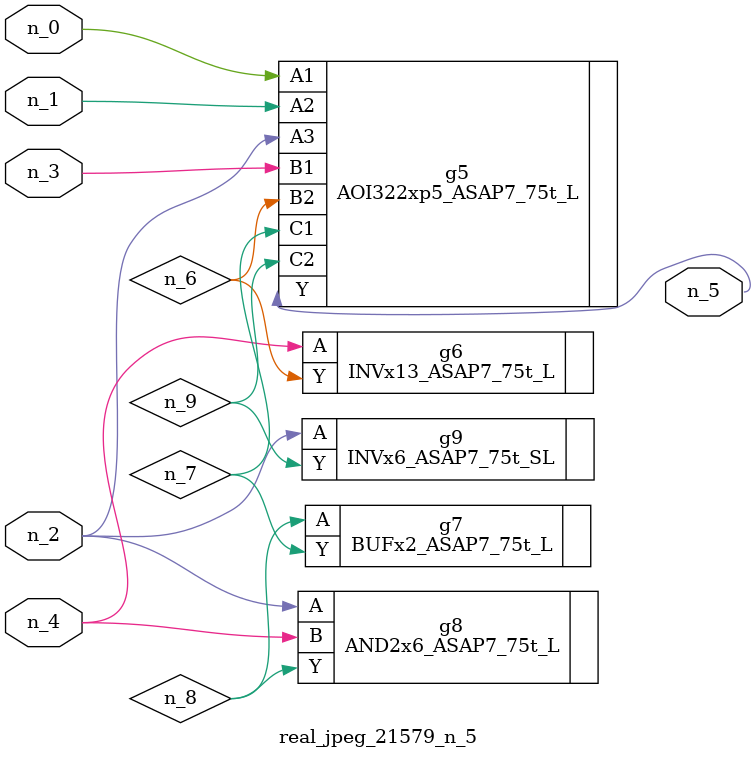
<source format=v>
module real_jpeg_21579_n_5 (n_4, n_0, n_1, n_2, n_3, n_5);

input n_4;
input n_0;
input n_1;
input n_2;
input n_3;

output n_5;

wire n_8;
wire n_6;
wire n_7;
wire n_9;

AOI322xp5_ASAP7_75t_L g5 ( 
.A1(n_0),
.A2(n_1),
.A3(n_2),
.B1(n_3),
.B2(n_6),
.C1(n_7),
.C2(n_9),
.Y(n_5)
);

AND2x6_ASAP7_75t_L g8 ( 
.A(n_2),
.B(n_4),
.Y(n_8)
);

INVx6_ASAP7_75t_SL g9 ( 
.A(n_2),
.Y(n_9)
);

INVx13_ASAP7_75t_L g6 ( 
.A(n_4),
.Y(n_6)
);

BUFx2_ASAP7_75t_L g7 ( 
.A(n_8),
.Y(n_7)
);


endmodule
</source>
